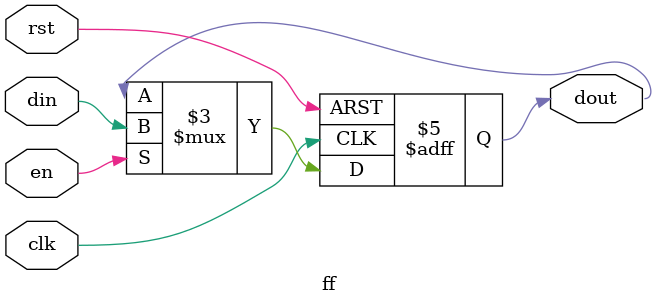
<source format=v>
module ff(
input clk,rst,din,en,
output reg dout
    );
   
    always@ (posedge clk or negedge rst)
    begin
    if(!rst)
       dout<=1'b0;
    else if(en)
       dout<=din;
    end
endmodule
</source>
